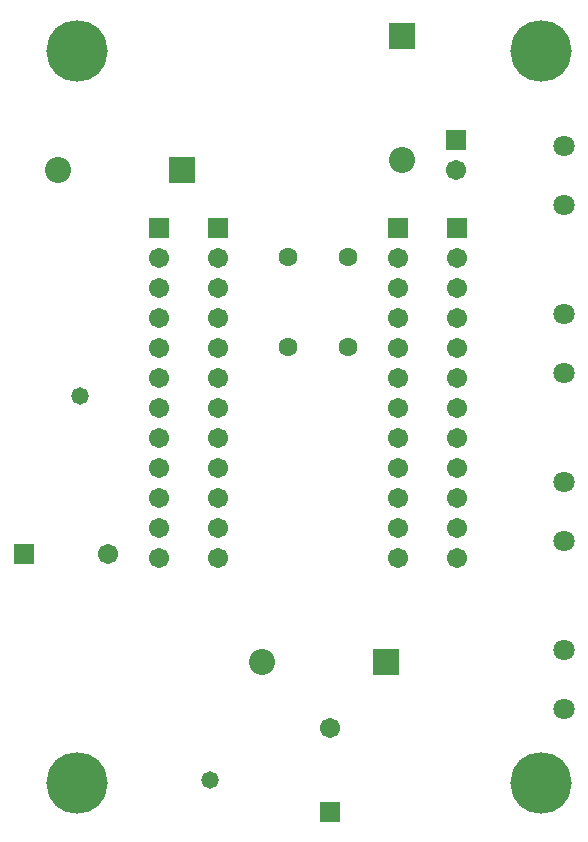
<source format=gbs>
%FSLAX25Y25*%
%MOIN*%
G70*
G01*
G75*
G04 Layer_Color=16711935*
%ADD10R,0.04331X0.06693*%
%ADD11R,0.06693X0.04331*%
%ADD12R,0.06299X0.12992*%
%ADD13R,0.06299X0.04724*%
%ADD14R,0.24606X0.26772*%
%ADD15R,0.05906X0.11811*%
%ADD16C,0.01000*%
%ADD17C,0.01969*%
%ADD18C,0.05906*%
%ADD19R,0.05906X0.05906*%
%ADD20C,0.19685*%
%ADD21C,0.07100*%
%ADD22C,0.07874*%
%ADD23R,0.07874X0.07874*%
%ADD24R,0.07874X0.07874*%
%ADD25R,0.05906X0.05906*%
%ADD26C,0.05512*%
%ADD27C,0.05000*%
%ADD28C,0.01181*%
%ADD29C,0.02000*%
%ADD30C,0.00787*%
%ADD31C,0.00600*%
%ADD32R,0.11024X0.03150*%
%ADD33R,0.03150X0.11024*%
%ADD34R,0.07480X0.03150*%
%ADD35R,0.03150X0.07480*%
%ADD36R,0.05131X0.07493*%
%ADD37R,0.07493X0.05131*%
%ADD38R,0.07099X0.13792*%
%ADD39R,0.07099X0.05524*%
%ADD40R,0.25406X0.27572*%
%ADD41R,0.06706X0.12611*%
%ADD42C,0.06706*%
%ADD43R,0.06706X0.06706*%
%ADD44C,0.20485*%
%ADD45C,0.08674*%
%ADD46R,0.08674X0.08674*%
%ADD47R,0.08674X0.08674*%
%ADD48R,0.06706X0.06706*%
%ADD49C,0.06312*%
%ADD50C,0.05800*%
D21*
X190000Y232000D02*
D03*
Y212315D02*
D03*
Y176000D02*
D03*
Y156315D02*
D03*
Y120000D02*
D03*
Y100315D02*
D03*
Y64000D02*
D03*
Y44315D02*
D03*
D42*
X154000Y224000D02*
D03*
X74803Y194724D02*
D03*
Y184724D02*
D03*
Y174724D02*
D03*
Y164724D02*
D03*
Y154724D02*
D03*
Y144724D02*
D03*
Y134724D02*
D03*
Y124724D02*
D03*
Y114724D02*
D03*
Y104724D02*
D03*
Y94724D02*
D03*
X134803Y194724D02*
D03*
Y184724D02*
D03*
Y174724D02*
D03*
Y164724D02*
D03*
Y154724D02*
D03*
Y144724D02*
D03*
Y134724D02*
D03*
Y124724D02*
D03*
Y114724D02*
D03*
Y104724D02*
D03*
Y94724D02*
D03*
X55118Y194724D02*
D03*
Y184724D02*
D03*
Y174724D02*
D03*
Y164724D02*
D03*
Y154724D02*
D03*
Y144724D02*
D03*
Y134724D02*
D03*
Y124724D02*
D03*
Y114724D02*
D03*
Y104724D02*
D03*
Y94724D02*
D03*
X154488Y194724D02*
D03*
Y184724D02*
D03*
Y174724D02*
D03*
Y164724D02*
D03*
Y154724D02*
D03*
Y144724D02*
D03*
Y134724D02*
D03*
Y124724D02*
D03*
Y114724D02*
D03*
Y104724D02*
D03*
Y94724D02*
D03*
X112000Y37976D02*
D03*
X37976Y96000D02*
D03*
D43*
X154000Y234000D02*
D03*
X74803Y204724D02*
D03*
X134803D02*
D03*
X55118D02*
D03*
X154488D02*
D03*
X112000Y10024D02*
D03*
D44*
X27559Y19685D02*
D03*
Y263780D02*
D03*
X182283D02*
D03*
Y19685D02*
D03*
D45*
X136000Y227409D02*
D03*
X89409Y60000D02*
D03*
X21409Y224000D02*
D03*
D46*
X136000Y268591D02*
D03*
D47*
X130591Y60000D02*
D03*
X62591Y224000D02*
D03*
D48*
X10024Y96000D02*
D03*
D49*
X98000Y165000D02*
D03*
Y195000D02*
D03*
X118000D02*
D03*
Y165000D02*
D03*
D50*
X28543Y148622D02*
D03*
X71850Y20669D02*
D03*
M02*

</source>
